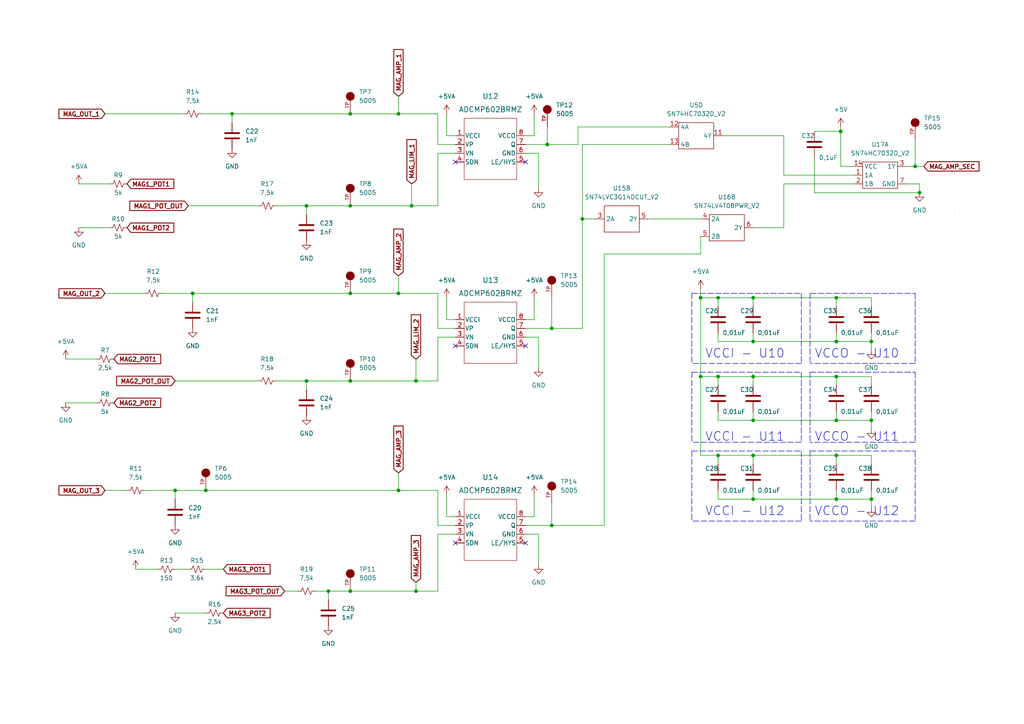
<source format=kicad_sch>
(kicad_sch (version 20211123) (generator eeschema)
  (paper "A4")
  (title_block (title "BUMBLEBEE") (date "2024-01-15") (rev "1.00") (company "ExoFlex") (comment 1 "Bumblebee"))
  (lib_symbols
    (symbol "Device:C" (pin_numbers hide) (pin_names (offset 0.254))
      (property "Reference" "C" (at 0.635 2.54 0))
      (property "Value" "C" (at 0.635 -2.54 0))
      (symbol "C_0_1"
        (polyline (pts (xy -2.032 -0.762) (xy 2.032 -0.762)) (stroke (width 0.508)))
        (polyline (pts (xy -2.032 0.762) (xy 2.032 0.762)) (stroke (width 0.508)))
      )
      (symbol "C_1_1"
        (pin passive line (at 0 3.81 270) (length 2.794) (name "~") (number "1"))
        (pin passive line (at 0 -3.81 90) (length 2.794) (name "~") (number "2"))
      )
    )
    (symbol "Device:R_Small_US" (pin_numbers hide) (pin_names (offset 0.254) hide)
      (property "Reference" "R" (at 0.762 0.508 0))
      (property "Value" "R_Small_US" (at 0.762 -1.016 0))
      (symbol "R_Small_US_1_1"
        (polyline (pts (xy 0 0) (xy 1.016 -0.381) (xy 0 -0.762) (xy -1.016 -1.143) (xy 0 -1.524)))
        (polyline (pts (xy 0 1.524) (xy 1.016 1.143) (xy 0 0.762) (xy -1.016 0.381) (xy 0 0)))
        (pin passive line (at 0 2.54 270) (length 1.016) (name "~") (number "1"))
        (pin passive line (at 0 -2.54 90) (length 1.016) (name "~") (number "2"))
      )
    )
    (symbol "SymLib:5005" (pin_names (offset 1.016))
      (property "Reference" "TP" (at -2.54 2.54 0))
      (property "Value" "5005" (at -2.54 -3.81 0))
      (symbol "5005_0_0"
        (circle (center 0 0) (radius 0.635) (stroke (width 1.27)))
        (pin passive line (at -5.08 0 0) (length 5.08) (name "~") (number "TP"))
      )
    )
    (symbol "SymLib:ADCMP602BRMZ" (pin_names (offset 0.254))
      (property "Reference" "U" (at 8.89 6.35 0))
      (property "Value" "ADCMP602BRMZ" (at 16.51 -13.97 0))
      (symbol "ADCMP602BRMZ_1_1"
        (polyline (pts (xy 7.62 -12.7) (xy 22.86 -12.7)) (stroke (width 0.127)))
        (polyline (pts (xy 7.62 5.08) (xy 7.62 -12.7)) (stroke (width 0.127)))
        (polyline (pts (xy 22.86 -12.7) (xy 22.86 5.08)) (stroke (width 0.127)))
        (polyline (pts (xy 22.86 5.08) (xy 7.62 5.08)) (stroke (width 0.127)))
        (pin power_in line (at 5.08 0 0) (length 2.54) (name "VCCI") (number "1"))
        (pin input line (at 5.08 -2.54 0) (length 2.54) (name "VP") (number "2"))
        (pin input line (at 5.08 -5.08 0) (length 2.54) (name "VN") (number "3"))
        (pin unspecified line (at 5.08 -7.62 0) (length 2.54) (name "SDN") (number "4"))
        (pin unspecified line (at 25.4 -7.62 180) (length 2.45) (name "LE/HYS") (number "5"))
        (pin power_in line (at 25.4 -5.08 180) (length 2.54) (name "GND") (number "6"))
        (pin output line (at 25.4 -2.54 180) (length 2.54) (name "Q") (number "7"))
        (pin power_in line (at 25.4 0 180) (length 2.54) (name "VCCO") (number "8"))
      )
    )
    (symbol "SymLib:SN74HC7032D_V2"
      (property "Reference" "U" (at -3.81 5.08 0))
      (property "Value" "SN74HC7032D_V2" (at 1.27 -5.08 0))
      (symbol "SN74HC7032D_V2_0_1"
        (rectangle (start -5.08 -3.81) (end 5.08 -3.81))
        (rectangle (start -5.08 3.81) (end -5.08 -3.81))
        (rectangle (start -5.08 3.81) (end 5.08 3.81))
        (rectangle (start 5.08 3.81) (end 5.08 -3.81))
      )
      (symbol "SN74HC7032D_V2_1_1"
        (pin input line (at -7.62 0 0) (length 2.54) (name "1A") (number "1"))
        (pin power_in line (at -7.62 2.54 0) (length 2.54) (name "VCC") (number "14"))
        (pin input line (at -7.62 -2.54 0) (length 2.54) (name "1B") (number "2"))
        (pin output line (at 7.62 2.54 180) (length 2.54) (name "1Y") (number "3"))
        (pin power_in line (at 7.62 -2.54 180) (length 2.54) (name "GND") (number "7"))
      )
      (symbol "SN74HC7032D_V2_2_1"
        (pin input line (at -7.62 2.54 0) (length 2.54) (name "2A") (number "4"))
        (pin input line (at -7.62 -2.54 0) (length 2.54) (name "2B") (number "5"))
        (pin output line (at 7.62 0 180) (length 2.54) (name "2Y") (number "6"))
      )
      (symbol "SN74HC7032D_V2_3_1"
        (pin input line (at -7.62 -2.54 0) (length 2.54) (name "3B") (number "10"))
        (pin output line (at 7.62 0 180) (length 2.54) (name "3Y") (number "8"))
        (pin input line (at -7.62 2.54 0) (length 2.54) (name "3A") (number "9"))
      )
      (symbol "SN74HC7032D_V2_4_1"
        (pin output line (at 7.62 0 180) (length 2.54) (name "4Y") (number "11"))
        (pin input line (at -7.62 2.54 0) (length 2.54) (name "4A") (number "12"))
        (pin input line (at -7.62 -2.54 0) (length 2.54) (name "4B") (number "13"))
      )
    )
    (symbol "SymLib:SN74LV4T08PWR_V2"
      (property "Reference" "U" (at -3.81 5.08 0))
      (property "Value" "SN74LV4T08PWR_V2" (at 0 -5.08 0))
      (symbol "SN74LV4T08PWR_V2_0_1"
        (rectangle (start -5.08 -3.81) (end 5.08 -3.81))
        (rectangle (start -5.08 3.81) (end -5.08 -3.81))
        (rectangle (start -5.08 3.81) (end 5.08 3.81))
        (rectangle (start 5.08 3.81) (end 5.08 -3.81))
      )
      (symbol "SN74LV4T08PWR_V2_1_1"
        (pin input line (at -7.62 0 0) (length 2.54) (name "1A") (number "1"))
        (pin power_in line (at -7.62 2.54 0) (length 2.54) (name "VCC") (number "14"))
        (pin input line (at -7.62 -2.54 0) (length 2.54) (name "1B") (number "2"))
        (pin output line (at 7.62 2.54 180) (length 2.54) (name "1Y") (number "3"))
        (pin power_in line (at 7.62 -2.54 180) (length 2.54) (name "GND") (number "7"))
      )
      (symbol "SN74LV4T08PWR_V2_2_1"
        (pin input line (at -7.62 2.54 0) (length 2.54) (name "2A") (number "4"))
        (pin input line (at -7.62 -2.54 0) (length 2.54) (name "2B") (number "5"))
        (pin output line (at 7.62 0 180) (length 2.54) (name "2Y") (number "6"))
      )
      (symbol "SN74LV4T08PWR_V2_3_1"
        (pin input line (at -7.62 -2.54 0) (length 2.54) (name "3B") (number "10"))
        (pin output line (at 7.62 0 180) (length 2.54) (name "3Y") (number "8"))
        (pin input line (at -7.62 2.54 0) (length 2.54) (name "3A") (number "9"))
      )
      (symbol "SN74LV4T08PWR_V2_4_1"
        (pin output line (at 7.62 0 180) (length 2.54) (name "4Y") (number "11"))
        (pin input line (at -7.62 2.54 0) (length 2.54) (name "4A") (number "12"))
        (pin input line (at -7.62 -2.54 0) (length 2.54) (name "4B") (number "13"))
      )
    )
    (symbol "SymLib:SN74LVC3G14DCUT_V2"
      (property "Reference" "U" (at -3.81 5.08 0))
      (property "Value" "SN74LVC3G14DCUT_V2" (at 0 -5.08 0))
      (symbol "SN74LVC3G14DCUT_V2_0_1"
        (rectangle (start -5.08 -3.81) (end 5.08 -3.81))
        (rectangle (start -5.08 3.81) (end -5.08 -3.81))
        (rectangle (start -5.08 3.81) (end 5.08 3.81))
        (rectangle (start 5.08 3.81) (end 5.08 -3.81))
      )
      (symbol "SN74LVC3G14DCUT_V2_1_1"
        (pin input line (at -7.62 0 0) (length 2.54) (name "1A") (number "1"))
        (pin output line (at 7.62 0 180) (length 2.54) (name "1Y") (number "7"))
        (pin power_out line (at 7.62 -2.54 180) (length 2.54) (name "GND") (number "7"))
        (pin power_in line (at -7.62 2.54 0) (length 2.54) (name "VCC") (number "8"))
      )
      (symbol "SN74LVC3G14DCUT_V2_2_1"
        (pin input line (at -7.62 0 0) (length 2.54) (name "2A") (number "3"))
        (pin output line (at 7.62 0 180) (length 2.54) (name "2Y") (number "5"))
      )
      (symbol "SN74LVC3G14DCUT_V2_3_1"
        (pin output line (at 7.62 0 180) (length 2.54) (name "3Y") (number "2"))
        (pin input line (at -7.62 0 0) (length 2.54) (name "3A") (number "6"))
      )
    )
    (symbol "power:+5V" (power) (pin_names (offset 0))
      (property "Value" "+5V" (at 0 3.556 0))
      (symbol "+5V_0_1"
        (polyline (pts (xy -0.762 1.27) (xy 0 2.54)))
        (polyline (pts (xy 0 0) (xy 0 2.54)))
        (polyline (pts (xy 0 2.54) (xy 0.762 1.27)))
      )
      (symbol "+5V_1_1"
        (pin power_in line (at 0 0 90) (length 0) hide (name "+5V") (number "1"))
      )
    )
    (symbol "power:+5VA" (power) (pin_names (offset 0))
      (property "Value" "+5VA" (at 0 3.556 0))
      (symbol "+5VA_0_1"
        (polyline (pts (xy -0.762 1.27) (xy 0 2.54)))
        (polyline (pts (xy 0 0) (xy 0 2.54)))
        (polyline (pts (xy 0 2.54) (xy 0.762 1.27)))
      )
      (symbol "+5VA_1_1"
        (pin power_in line (at 0 0 90) (length 0) hide (name "+5VA") (number "1"))
      )
    )
    (symbol "power:GND" (power) (pin_names (offset 0))
      (property "Value" "GND" (at 0 -3.81 0))
      (symbol "GND_0_1"
        (polyline (pts (xy 0 0) (xy 0 -1.27) (xy 1.27 -1.27) (xy 0 -2.54) (xy -1.27 -1.27) (xy 0 -1.27)))
      )
      (symbol "GND_1_1"
        (pin power_in line (at 0 0 270) (length 0) hide (name "GND") (number "1"))
      )
    )
  )
  (junction (at 242.57 86.36))
  (junction (at 88.9 59.69))
  (junction (at 115.57 85.09))
  (junction (at 160.02 95.25))
  (junction (at 242.57 121.92))
  (junction (at 50.8 142.24))
  (junction (at 203.2 86.36))
  (junction (at 101.6 110.49))
  (junction (at 265.43 48.26))
  (junction (at 203.2 109.22))
  (junction (at 208.28 86.36))
  (junction (at 242.57 99.06))
  (junction (at 252.73 144.78))
  (junction (at 101.6 59.69))
  (junction (at 67.31 33.02))
  (junction (at 242.57 144.78))
  (junction (at 168.91 63.5))
  (junction (at 242.57 109.22))
  (junction (at 266.7 55.88))
  (junction (at 115.57 142.24))
  (junction (at 158.75 41.91))
  (junction (at 88.9 110.49))
  (junction (at 252.73 121.92))
  (junction (at 252.73 99.06))
  (junction (at 120.65 110.49))
  (junction (at 218.44 132.08))
  (junction (at 119.38 59.69))
  (junction (at 243.84 38.1))
  (junction (at 218.44 144.78))
  (junction (at 101.6 85.09))
  (junction (at 208.28 132.08))
  (junction (at 242.57 132.08))
  (junction (at 218.44 121.92))
  (junction (at 59.69 142.24))
  (junction (at 160.02 152.4))
  (junction (at 120.65 171.45))
  (junction (at 218.44 86.36))
  (junction (at 101.6 171.45))
  (junction (at 55.88 85.09))
  (junction (at 115.57 33.02))
  (junction (at 218.44 99.06))
  (junction (at 95.25 171.45))
  (junction (at 218.44 109.22))
  (junction (at 208.28 109.22))
  (junction (at 101.6 33.02))
  (no_connect (at 152.4 46.99))
  (no_connect (at 152.4 100.33))
  (no_connect (at 132.08 46.99))
  (no_connect (at 132.08 157.48))
  (no_connect (at 152.4 157.48))
  (no_connect (at 132.08 100.33))
  (wire (pts (xy 152.4 154.94) (xy 156.21 154.94)))
  (wire (pts (xy 203.2 86.36) (xy 208.28 86.36)))
  (wire (pts (xy 168.91 95.25) (xy 168.91 63.5)))
  (wire (pts (xy 208.28 132.08) (xy 218.44 132.08)))
  (wire (pts (xy 156.21 44.45) (xy 156.21 54.61)))
  (wire (pts (xy 218.44 144.78) (xy 242.57 144.78)))
  (wire (pts (xy 218.44 109.22) (xy 218.44 111.76)))
  (wire (pts (xy 88.9 110.49) (xy 88.9 113.03)))
  (wire (pts (xy 208.28 132.08) (xy 208.28 134.62)))
  (wire (pts (xy 30.48 142.24) (xy 36.83 142.24)))
  (polyline (pts (xy 234.95 85.09) (xy 234.95 105.41)))
  (wire (pts (xy 152.4 149.86) (xy 154.94 149.86)))
  (wire (pts (xy 167.64 41.91) (xy 158.75 41.91)))
  (wire (pts (xy 80.01 110.49) (xy 88.9 110.49)))
  (wire (pts (xy 88.9 59.69) (xy 101.6 59.69)))
  (wire (pts (xy 132.08 149.86) (xy 129.54 149.86)))
  (wire (pts (xy 208.28 96.52) (xy 208.28 99.06)))
  (wire (pts (xy 168.91 63.5) (xy 172.72 63.5)))
  (wire (pts (xy 127 33.02) (xy 127 41.91)))
  (wire (pts (xy 67.31 33.02) (xy 67.31 35.56)))
  (wire (pts (xy 262.89 48.26) (xy 265.43 48.26)))
  (wire (pts (xy 218.44 66.04) (xy 227.33 66.04)))
  (wire (pts (xy 119.38 59.69) (xy 127 59.69)))
  (wire (pts (xy 50.8 142.24) (xy 50.8 144.78)))
  (wire (pts (xy 115.57 27.94) (xy 115.57 33.02)))
  (wire (pts (xy 252.73 96.52) (xy 252.73 99.06)))
  (wire (pts (xy 252.73 121.92) (xy 252.73 124.46)))
  (polyline (pts (xy 200.66 130.81) (xy 232.41 130.81)))
  (wire (pts (xy 59.69 142.24) (xy 115.57 142.24)))
  (wire (pts (xy 218.44 142.24) (xy 218.44 144.78)))
  (wire (pts (xy 27.94 104.14) (xy 19.05 104.14)))
  (wire (pts (xy 54.61 59.69) (xy 74.93 59.69)))
  (wire (pts (xy 156.21 97.79) (xy 156.21 106.68)))
  (wire (pts (xy 218.44 99.06) (xy 208.28 99.06)))
  (wire (pts (xy 152.4 92.71) (xy 154.94 92.71)))
  (wire (pts (xy 50.8 110.49) (xy 74.93 110.49)))
  (wire (pts (xy 80.01 59.69) (xy 88.9 59.69)))
  (polyline (pts (xy 200.66 130.81) (xy 200.66 151.13)))
  (wire (pts (xy 127 142.24) (xy 127 152.4)))
  (wire (pts (xy 252.73 132.08) (xy 252.73 134.62)))
  (wire (pts (xy 54.61 165.1) (xy 50.8 165.1)))
  (wire (pts (xy 208.28 109.22) (xy 208.28 111.76)))
  (wire (pts (xy 242.57 109.22) (xy 242.57 111.76)))
  (wire (pts (xy 236.22 55.88) (xy 266.7 55.88)))
  (polyline (pts (xy 265.43 105.41) (xy 234.95 105.41)))
  (wire (pts (xy 127 59.69) (xy 127 44.45)))
  (wire (pts (xy 194.31 36.83) (xy 167.64 36.83)))
  (wire (pts (xy 152.4 152.4) (xy 160.02 152.4)))
  (wire (pts (xy 127 95.25) (xy 127 85.09)))
  (polyline (pts (xy 276.86 60.96) (xy 276.86 60.96)))
  (wire (pts (xy 252.73 144.78) (xy 242.57 144.78)))
  (wire (pts (xy 227.33 39.37) (xy 209.55 39.37)))
  (wire (pts (xy 115.57 142.24) (xy 127 142.24)))
  (wire (pts (xy 152.4 95.25) (xy 160.02 95.25)))
  (wire (pts (xy 218.44 109.22) (xy 242.57 109.22)))
  (wire (pts (xy 158.75 36.83) (xy 158.75 41.91)))
  (wire (pts (xy 91.44 171.45) (xy 95.25 171.45)))
  (wire (pts (xy 67.31 33.02) (xy 101.6 33.02)))
  (wire (pts (xy 208.28 86.36) (xy 218.44 86.36)))
  (wire (pts (xy 132.08 95.25) (xy 127 95.25)))
  (wire (pts (xy 127 97.79) (xy 127 110.49)))
  (wire (pts (xy 227.33 50.8) (xy 247.65 50.8)))
  (wire (pts (xy 242.57 132.08) (xy 252.73 132.08)))
  (polyline (pts (xy 200.66 107.95) (xy 232.41 107.95)))
  (wire (pts (xy 152.4 39.37) (xy 154.94 39.37)))
  (wire (pts (xy 242.57 86.36) (xy 252.73 86.36)))
  (wire (pts (xy 218.44 86.36) (xy 218.44 88.9)))
  (wire (pts (xy 227.33 39.37) (xy 227.33 50.8)))
  (wire (pts (xy 127 44.45) (xy 132.08 44.45)))
  (wire (pts (xy 59.69 165.1) (xy 64.77 165.1)))
  (wire (pts (xy 236.22 45.72) (xy 236.22 55.88)))
  (wire (pts (xy 208.28 86.36) (xy 208.28 88.9)))
  (wire (pts (xy 252.73 109.22) (xy 252.73 111.76)))
  (wire (pts (xy 242.57 142.24) (xy 242.57 144.78)))
  (polyline (pts (xy 234.95 107.95) (xy 265.43 107.95)))
  (wire (pts (xy 252.73 144.78) (xy 252.73 147.32)))
  (wire (pts (xy 160.02 95.25) (xy 168.91 95.25)))
  (wire (pts (xy 115.57 85.09) (xy 127 85.09)))
  (wire (pts (xy 120.65 110.49) (xy 127 110.49)))
  (wire (pts (xy 132.08 97.79) (xy 127 97.79)))
  (wire (pts (xy 203.2 73.66) (xy 203.2 68.58)))
  (wire (pts (xy 22.86 66.04) (xy 31.75 66.04)))
  (wire (pts (xy 187.96 63.5) (xy 203.2 63.5)))
  (wire (pts (xy 45.72 165.1) (xy 39.37 165.1)))
  (wire (pts (xy 115.57 137.16) (xy 115.57 142.24)))
  (wire (pts (xy 203.2 109.22) (xy 203.2 132.08)))
  (wire (pts (xy 265.43 40.64) (xy 265.43 48.26)))
  (wire (pts (xy 266.7 55.88) (xy 266.7 53.34)))
  (wire (pts (xy 127 152.4) (xy 132.08 152.4)))
  (wire (pts (xy 218.44 121.92) (xy 242.57 121.92)))
  (wire (pts (xy 129.54 92.71) (xy 129.54 86.36)))
  (wire (pts (xy 154.94 86.36) (xy 154.94 92.71)))
  (wire (pts (xy 154.94 33.02) (xy 154.94 39.37)))
  (wire (pts (xy 252.73 99.06) (xy 252.73 101.6)))
  (polyline (pts (xy 234.95 107.95) (xy 234.95 128.27)))
  (wire (pts (xy 218.44 132.08) (xy 218.44 134.62)))
  (wire (pts (xy 247.65 48.26) (xy 243.84 48.26)))
  (polyline (pts (xy 234.95 130.81) (xy 234.95 151.13)))
  (wire (pts (xy 120.65 168.91) (xy 120.65 171.45)))
  (wire (pts (xy 19.05 116.84) (xy 27.94 116.84)))
  (wire (pts (xy 218.44 132.08) (xy 242.57 132.08)))
  (wire (pts (xy 82.55 171.45) (xy 86.36 171.45)))
  (wire (pts (xy 127 41.91) (xy 132.08 41.91)))
  (wire (pts (xy 115.57 80.01) (xy 115.57 85.09)))
  (wire (pts (xy 243.84 36.83) (xy 243.84 38.1)))
  (wire (pts (xy 30.48 33.02) (xy 53.34 33.02)))
  (wire (pts (xy 252.73 142.24) (xy 252.73 144.78)))
  (wire (pts (xy 31.75 53.34) (xy 22.86 53.34)))
  (wire (pts (xy 101.6 33.02) (xy 115.57 33.02)))
  (wire (pts (xy 252.73 86.36) (xy 252.73 88.9)))
  (polyline (pts (xy 200.66 85.09) (xy 232.41 85.09)))
  (wire (pts (xy 129.54 149.86) (xy 129.54 143.51)))
  (wire (pts (xy 203.2 83.82) (xy 203.2 86.36)))
  (wire (pts (xy 227.33 66.04) (xy 227.33 53.34)))
  (wire (pts (xy 208.28 109.22) (xy 218.44 109.22)))
  (wire (pts (xy 101.6 59.69) (xy 119.38 59.69)))
  (wire (pts (xy 208.28 119.38) (xy 208.28 121.92)))
  (wire (pts (xy 175.26 73.66) (xy 203.2 73.66)))
  (wire (pts (xy 218.44 86.36) (xy 242.57 86.36)))
  (wire (pts (xy 242.57 119.38) (xy 242.57 121.92)))
  (polyline (pts (xy 265.43 85.09) (xy 265.43 105.41)))
  (wire (pts (xy 119.38 53.34) (xy 119.38 59.69)))
  (wire (pts (xy 55.88 85.09) (xy 55.88 87.63)))
  (wire (pts (xy 218.44 144.78) (xy 208.28 144.78)))
  (wire (pts (xy 243.84 38.1) (xy 243.84 48.26)))
  (wire (pts (xy 95.25 171.45) (xy 95.25 173.99)))
  (wire (pts (xy 218.44 96.52) (xy 218.44 99.06)))
  (wire (pts (xy 242.57 86.36) (xy 242.57 88.9)))
  (wire (pts (xy 175.26 73.66) (xy 175.26 152.4)))
  (wire (pts (xy 127 171.45) (xy 127 154.94)))
  (wire (pts (xy 236.22 38.1) (xy 243.84 38.1)))
  (wire (pts (xy 46.99 85.09) (xy 55.88 85.09)))
  (polyline (pts (xy 234.95 85.09) (xy 265.43 85.09)))
  (wire (pts (xy 127 154.94) (xy 132.08 154.94)))
  (wire (pts (xy 50.8 142.24) (xy 59.69 142.24)))
  (wire (pts (xy 160.02 86.36) (xy 160.02 95.25)))
  (wire (pts (xy 95.25 171.45) (xy 101.6 171.45)))
  (wire (pts (xy 160.02 152.4) (xy 175.26 152.4)))
  (wire (pts (xy 50.8 177.8) (xy 59.69 177.8)))
  (wire (pts (xy 252.73 99.06) (xy 242.57 99.06)))
  (wire (pts (xy 252.73 121.92) (xy 242.57 121.92)))
  (wire (pts (xy 156.21 154.94) (xy 156.21 163.83)))
  (wire (pts (xy 101.6 85.09) (xy 115.57 85.09)))
  (wire (pts (xy 265.43 48.26) (xy 267.97 48.26)))
  (polyline (pts (xy 265.43 151.13) (xy 234.95 151.13)))
  (wire (pts (xy 208.28 142.24) (xy 208.28 144.78)))
  (wire (pts (xy 168.91 41.91) (xy 194.31 41.91)))
  (wire (pts (xy 242.57 109.22) (xy 252.73 109.22)))
  (wire (pts (xy 158.75 41.91) (xy 152.4 41.91)))
  (wire (pts (xy 227.33 53.34) (xy 247.65 53.34)))
  (wire (pts (xy 101.6 171.45) (xy 120.65 171.45)))
  (wire (pts (xy 120.65 104.14) (xy 120.65 110.49)))
  (wire (pts (xy 203.2 109.22) (xy 208.28 109.22)))
  (wire (pts (xy 203.2 86.36) (xy 203.2 109.22)))
  (wire (pts (xy 160.02 146.05) (xy 160.02 152.4)))
  (polyline (pts (xy 234.95 130.81) (xy 265.43 130.81)))
  (wire (pts (xy 168.91 63.5) (xy 168.91 41.91)))
  (wire (pts (xy 203.2 132.08) (xy 208.28 132.08)))
  (wire (pts (xy 167.64 36.83) (xy 167.64 41.91)))
  (wire (pts (xy 132.08 92.71) (xy 129.54 92.71)))
  (wire (pts (xy 41.91 142.24) (xy 50.8 142.24)))
  (wire (pts (xy 129.54 39.37) (xy 129.54 33.02)))
  (wire (pts (xy 30.48 85.09) (xy 41.91 85.09)))
  (wire (pts (xy 266.7 53.34) (xy 262.89 53.34)))
  (polyline (pts (xy 232.41 128.27) (xy 200.66 128.27)))
  (wire (pts (xy 120.65 171.45) (xy 127 171.45)))
  (wire (pts (xy 101.6 110.49) (xy 120.65 110.49)))
  (polyline (pts (xy 232.41 151.13) (xy 200.66 151.13)))
  (wire (pts (xy 55.88 85.09) (xy 101.6 85.09)))
  (wire (pts (xy 115.57 33.02) (xy 127 33.02)))
  (polyline (pts (xy 265.43 130.81) (xy 265.43 151.13)))
  (wire (pts (xy 242.57 96.52) (xy 242.57 99.06)))
  (wire (pts (xy 218.44 119.38) (xy 218.44 121.92)))
  (wire (pts (xy 218.44 99.06) (xy 242.57 99.06)))
  (wire (pts (xy 252.73 119.38) (xy 252.73 121.92)))
  (wire (pts (xy 132.08 39.37) (xy 129.54 39.37)))
  (polyline (pts (xy 265.43 107.95) (xy 265.43 128.27)))
  (wire (pts (xy 58.42 33.02) (xy 67.31 33.02)))
  (polyline (pts (xy 232.41 85.09) (xy 232.41 105.41)))
  (wire (pts (xy 154.94 143.51) (xy 154.94 149.86)))
  (wire (pts (xy 152.4 44.45) (xy 156.21 44.45)))
  (wire (pts (xy 242.57 132.08) (xy 242.57 134.62)))
  (wire (pts (xy 88.9 59.69) (xy 88.9 62.23)))
  (wire (pts (xy 88.9 110.49) (xy 101.6 110.49)))
  (wire (pts (xy 218.44 121.92) (xy 208.28 121.92)))
  (polyline (pts (xy 200.66 107.95) (xy 200.66 128.27)))
  (polyline (pts (xy 232.41 105.41) (xy 200.66 105.41)))
  (polyline (pts (xy 200.66 85.09) (xy 200.66 105.41)))
  (polyline (pts (xy 265.43 128.27) (xy 234.95 128.27)))
  (polyline (pts (xy 232.41 107.95) (xy 232.41 128.27)))
  (polyline (pts (xy 232.41 130.81) (xy 232.41 151.13)))
  (wire (pts (xy 152.4 97.79) (xy 156.21 97.79)))
  (text "VCCO - U11" (at 236.22 128.27 0) (effects (font (size 2.54 2.54)) (justify left bottom)))
  (text "VCCO - U10" (at 236.22 104.14 0) (effects (font (size 2.54 2.54)) (justify left bottom)))
  (text "VCCI - U10" (at 204.47 104.14 0) (effects (font (size 2.54 2.54)) (justify left bottom)))
  (text "VCCO - U12" (at 236.22 149.86 0) (effects (font (size 2.54 2.54)) (justify left bottom)))
  (text "VCCI - U11" (at 204.47 128.27 0) (effects (font (size 2.54 2.54)) (justify left bottom)))
  (text "VCCI - U12" (at 204.47 149.86 0) (effects (font (size 2.54 2.54)) (justify left bottom)))
  (global_label "MAG_OUT_2" (shape input) (at 30.48 85.09 180) (effects (font (thickness 0.254) bold)) (property "Intersheet References" "${INTERSHEET_REFS}" (effects hide)))
  (global_label "MAG_AMP_3" (shape input) (at 120.65 168.91 90) (effects (font bold)) (property "Intersheet References" "${INTERSHEET_REFS}" (effects hide)))
  (global_label "MAG3_POT2" (shape input) (at 64.77 177.8 0) (effects (font (thickness 0.254) bold)) (property "Intersheet References" "${INTERSHEET_REFS}" (effects hide)))
  (global_label "MAG_AMP_2" (shape input) (at 115.57 80.01 90) (effects (font bold)) (property "Intersheet References" "${INTERSHEET_REFS}" (effects hide)))
  (global_label "MAG_LIM_2" (shape input) (at 120.65 104.14 90) (effects (font bold)) (property "Intersheet References" "${INTERSHEET_REFS}" (effects hide)))
  (global_label "MAG1_POT_OUT" (shape input) (at 54.61 59.69 180) (effects (font (thickness 0.254) bold)) (property "Intersheet References" "${INTERSHEET_REFS}" (effects hide)))
  (global_label "MAG2_POT2" (shape input) (at 33.02 116.84 0) (effects (font (thickness 0.254) bold)) (property "Intersheet References" "${INTERSHEET_REFS}" (effects hide)))
  (global_label "MAG3_POT1" (shape input) (at 64.77 165.1 0) (effects (font (thickness 0.254) bold)) (property "Intersheet References" "${INTERSHEET_REFS}" (effects hide)))
  (global_label "MAG3_POT_OUT" (shape input) (at 82.55 171.45 180) (effects (font (thickness 0.254) bold)) (property "Intersheet References" "${INTERSHEET_REFS}" (effects hide)))
  (global_label "MAG_OUT_1" (shape input) (at 30.48 33.02 180) (effects (font (thickness 0.254) bold)) (property "Intersheet References" "${INTERSHEET_REFS}" (effects hide)))
  (global_label "MAG_AMP_1" (shape input) (at 115.57 27.94 90) (effects (font bold)) (property "Intersheet References" "${INTERSHEET_REFS}" (effects hide)))
  (global_label "MAG1_POT2" (shape input) (at 36.83 66.04 0) (effects (font (thickness 0.254) bold)) (property "Intersheet References" "${INTERSHEET_REFS}" (effects hide)))
  (global_label "MAG_AMP_3" (shape input) (at 115.57 137.16 90) (effects (font bold)) (property "Intersheet References" "${INTERSHEET_REFS}" (effects hide)))
  (global_label "MAG_LIM_1" (shape input) (at 119.38 53.34 90) (effects (font bold)) (property "Intersheet References" "${INTERSHEET_REFS}" (effects hide)))
  (global_label "MAG_OUT_3" (shape input) (at 30.48 142.24 180) (effects (font (thickness 0.254) bold)) (property "Intersheet References" "${INTERSHEET_REFS}" (effects hide)))
  (global_label "MAG2_POT1" (shape input) (at 33.02 104.14 0) (effects (font (thickness 0.254) bold)) (property "Intersheet References" "${INTERSHEET_REFS}" (effects hide)))
  (global_label "MAG1_POT1" (shape input) (at 36.83 53.34 0) (effects (font (thickness 0.254) bold)) (property "Intersheet References" "${INTERSHEET_REFS}" (effects hide)))
  (global_label "MAG2_POT_OUT" (shape input) (at 50.8 110.49 180) (effects (font (thickness 0.254) bold)) (property "Intersheet References" "${INTERSHEET_REFS}" (effects hide)))
  (global_label "MAG_AMP_SEC" (shape input) (at 267.97 48.26 0) (effects (font bold)) (property "Intersheet References" "${INTERSHEET_REFS}" (effects hide)))
  (symbol (lib_id "SymLib:SN74HC7032D_V2") (at 201.93 39.37 0) (unit 4)
    (property "Reference" "U5" (at 201.93 30.48 0))
    (property "Value" "SN74HC7032D_V2" (at 201.93 33.02 0))
    (property "Footprint" "FootPrint:SN74HC7032D" (effects hide))
  )
  (symbol (lib_id "Device:C") (at 242.57 115.57 0) (unit 1)
    (property "Reference" "C34" (at 238.76 113.03 0) (effects (justify left)))
    (property "Value" "0,01uF" (at 243.84 119.38 0) (effects (justify left)))
    (property "Footprint" "Capacitor_SMD:C_0603_1608Metric" (effects hide))
  )
  (symbol (lib_id "power:GND") (at 252.73 101.6 0) (unit 1)
    (property "Reference" "#PWR067" (effects hide))
    (property "Value" "GND" (at 252.73 106.68 0))
  )
  (symbol (lib_id "power:GND") (at 88.9 120.65 0) (unit 1)
    (property "Reference" "#PWR054" (effects hide))
    (property "Value" "GND" (at 88.9 125.73 0))
  )
  (symbol (lib_id "power:+5VA") (at 22.86 53.34 0) (unit 1)
    (property "Reference" "#PWR046" (effects hide))
    (property "Value" "+5VA" (at 22.86 48.26 0))
  )
  (symbol (lib_id "power:+5VA") (at 129.54 86.36 0) (unit 1)
    (property "Reference" "#PWR057" (effects hide))
    (property "Value" "+5VA" (at 129.54 81.28 0))
  )
  (symbol (lib_id "SymLib:5005") (at 160.02 140.97 90) (unit 1)
    (property "Reference" "TP14" (at 162.56 139.6999 90) (effects (justify right)))
    (property "Value" "5005" (at 162.56 142.2399 90) (effects (justify right)))
    (property "Footprint" "FootPrint:KEYSTONE_5005" (effects hide))
    (property "MF" "Keystone Electronics" (effects hide))
    (property "DESCRIPTION" "Compact THM Test Point -Red" (effects hide))
    (property "PACKAGE" "NON STANDARD-1 Keystone" (effects hide))
    (property "PRICE" "None" (effects hide))
    (property "MP" "5005" (effects hide))
    (property "AVAILABILITY" "In Stock" (effects hide))
    (property "PURCHASE-URL" "https://pricing.snapeda.com/search/part/5005/?ref=eda" (effects hide))
  )
  (symbol (lib_id "power:GND") (at 266.7 55.88 0) (unit 1)
    (property "Reference" "#PWR070" (effects hide))
    (property "Value" "GND" (at 266.7 60.96 0))
  )
  (symbol (lib_id "Device:C") (at 208.28 138.43 0) (unit 1)
    (property "Reference" "C28" (at 204.47 135.89 0) (effects (justify left)))
    (property "Value" "0,01uF" (at 209.55 142.24 0) (effects (justify left)))
    (property "Footprint" "Capacitor_SMD:C_0603_1608Metric" (effects hide))
  )
  (symbol (lib_id "SymLib:5005") (at 101.6 27.94 90) (unit 1)
    (property "Reference" "TP7" (at 104.14 26.6699 90) (effects (justify right)))
    (property "Value" "5005" (at 104.14 29.2099 90) (effects (justify right)))
    (property "Footprint" "FootPrint:KEYSTONE_5005" (effects hide))
    (property "MF" "Keystone Electronics" (effects hide))
    (property "DESCRIPTION" "Compact THM Test Point -Red" (effects hide))
    (property "PACKAGE" "NON STANDARD-1 Keystone" (effects hide))
    (property "PRICE" "None" (effects hide))
    (property "MP" "5005" (effects hide))
    (property "AVAILABILITY" "In Stock" (effects hide))
    (property "PURCHASE-URL" "https://pricing.snapeda.com/search/part/5005/?ref=eda" (effects hide))
  )
  (symbol (lib_id "Device:C") (at 88.9 116.84 0) (unit 1)
    (property "Reference" "C24" (at 92.71 115.5699 0) (effects (justify left)))
    (property "Value" "1nF" (at 92.71 118.1099 0) (effects (justify left)))
    (property "Footprint" "Capacitor_SMD:C_0603_1608Metric" (effects hide))
  )
  (symbol (lib_id "Device:R_Small_US") (at 48.26 165.1 90) (unit 1)
    (property "Reference" "R13" (at 48.26 162.56 90))
    (property "Value" "150" (at 48.26 167.64 90))
    (property "Footprint" "Resistor_SMD:R_0603_1608Metric" (effects hide))
  )
  (symbol (lib_id "Device:R_Small_US") (at 88.9 171.45 90) (unit 1)
    (property "Reference" "R19" (at 88.9 165.1 90))
    (property "Value" "7,5k" (at 88.9 167.64 90))
    (property "Footprint" "Resistor_SMD:R_0603_1608Metric" (effects hide))
  )
  (symbol (lib_id "SymLib:5005") (at 59.69 137.16 90) (unit 1)
    (property "Reference" "TP6" (at 62.23 135.8899 90) (effects (justify right)))
    (property "Value" "5005" (at 62.23 138.4299 90) (effects (justify right)))
    (property "Footprint" "FootPrint:KEYSTONE_5005" (effects hide))
    (property "MF" "Keystone Electronics" (effects hide))
    (property "DESCRIPTION" "Compact THM Test Point -Red" (effects hide))
    (property "PACKAGE" "NON STANDARD-1 Keystone" (effects hide))
    (property "PRICE" "None" (effects hide))
    (property "MP" "5005" (effects hide))
    (property "AVAILABILITY" "In Stock" (effects hide))
    (property "PURCHASE-URL" "https://pricing.snapeda.com/search/part/5005/?ref=eda" (effects hide))
  )
  (symbol (lib_id "SymLib:5005") (at 158.75 31.75 90) (unit 1)
    (property "Reference" "TP12" (at 161.29 30.4799 90) (effects (justify right)))
    (property "Value" "5005" (at 161.29 33.0199 90) (effects (justify right)))
    (property "Footprint" "FootPrint:KEYSTONE_5005" (effects hide))
    (property "MF" "Keystone Electronics" (effects hide))
    (property "DESCRIPTION" "Compact THM Test Point -Red" (effects hide))
    (property "PACKAGE" "NON STANDARD-1 Keystone" (effects hide))
    (property "PRICE" "None" (effects hide))
    (property "MP" "5005" (effects hide))
    (property "AVAILABILITY" "In Stock" (effects hide))
    (property "PURCHASE-URL" "https://pricing.snapeda.com/search/part/5005/?ref=eda" (effects hide))
  )
  (symbol (lib_id "power:+5VA") (at 129.54 33.02 0) (unit 1)
    (property "Reference" "#PWR056" (effects hide))
    (property "Value" "+5VA" (at 129.54 27.94 0))
  )
  (symbol (lib_id "power:+5VA") (at 154.94 86.36 0) (unit 1)
    (property "Reference" "#PWR060" (effects hide))
    (property "Value" "+5VA" (at 154.94 81.28 0))
  )
  (symbol (lib_id "Device:R_Small_US") (at 57.15 165.1 90) (unit 1)
    (property "Reference" "R15" (at 57.15 162.56 90))
    (property "Value" "3,6k" (at 57.15 167.64 90))
    (property "Footprint" "Resistor_SMD:R_0603_1608Metric" (effects hide))
  )
  (symbol (lib_id "power:GND") (at 252.73 147.32 0) (unit 1)
    (property "Reference" "#PWR069" (effects hide))
    (property "Value" "GND" (at 252.73 152.4 0))
  )
  (symbol (lib_id "SymLib:ADCMP602BRMZ") (at 127 149.86 0) (unit 1)
    (property "Reference" "U14" (at 142.2532 138.43 0) (effects (font (size 1.524 1.524))))
    (property "Value" "ADCMP602BRMZ" (at 142.2532 142.24 0) (effects (font (size 1.524 1.524))))
    (property "Footprint" "FootPrint:ADCMP602BRMZ" (effects hide))
    (property "Datasheet" "ADCMP602BRMZ" (effects hide))
  )
  (symbol (lib_id "power:+5VA") (at 154.94 33.02 0) (unit 1)
    (property "Reference" "#PWR059" (effects hide))
    (property "Value" "+5VA" (at 154.94 27.94 0))
  )
  (symbol (lib_id "Device:R_Small_US") (at 30.48 104.14 90) (unit 1)
    (property "Reference" "R7" (at 30.48 101.6 90))
    (property "Value" "2,5k" (at 30.48 106.68 90))
    (property "Footprint" "Resistor_SMD:R_0603_1608Metric" (effects hide))
  )
  (symbol (lib_id "Device:C") (at 236.22 41.91 0) (unit 1)
    (property "Reference" "C32" (at 232.41 39.37 0) (effects (justify left)))
    (property "Value" "0,1uF" (at 237.49 45.72 0) (effects (justify left)))
    (property "Footprint" "Capacitor_SMD:C_0603_1608Metric" (effects hide))
  )
  (symbol (lib_id "power:GND") (at 88.9 69.85 0) (unit 1)
    (property "Reference" "#PWR053" (effects hide))
    (property "Value" "GND" (at 88.9 74.93 0))
  )
  (symbol (lib_id "power:GND") (at 156.21 163.83 0) (unit 1)
    (property "Reference" "#PWR064" (effects hide))
    (property "Value" "GND" (at 156.21 168.91 0))
  )
  (symbol (lib_id "Device:C") (at 50.8 148.59 0) (unit 1)
    (property "Reference" "C20" (at 54.61 147.3199 0) (effects (justify left)))
    (property "Value" "1nF" (at 54.61 149.8599 0) (effects (justify left)))
    (property "Footprint" "Capacitor_SMD:C_0603_1608Metric" (effects hide))
  )
  (symbol (lib_id "Device:C") (at 252.73 115.57 0) (unit 1)
    (property "Reference" "C37" (at 248.92 113.03 0) (effects (justify left)))
    (property "Value" "0,01uF" (at 254 119.38 0) (effects (justify left)))
    (property "Footprint" "Capacitor_SMD:C_0603_1608Metric" (effects hide))
  )
  (symbol (lib_id "power:+5VA") (at 203.2 83.82 0) (unit 1)
    (property "Reference" "#PWR065" (effects hide))
    (property "Value" "+5VA" (at 203.2 78.74 0))
  )
  (symbol (lib_id "SymLib:5005") (at 265.43 35.56 90) (unit 1)
    (property "Reference" "TP15" (at 267.97 34.2899 90) (effects (justify right)))
    (property "Value" "5005" (at 267.97 36.8299 90) (effects (justify right)))
    (property "Footprint" "FootPrint:KEYSTONE_5005" (effects hide))
    (property "MF" "Keystone Electronics" (effects hide))
    (property "DESCRIPTION" "Compact THM Test Point -Red" (effects hide))
    (property "PACKAGE" "NON STANDARD-1 Keystone" (effects hide))
    (property "PRICE" "None" (effects hide))
    (property "MP" "5005" (effects hide))
    (property "AVAILABILITY" "In Stock" (effects hide))
    (property "PURCHASE-URL" "https://pricing.snapeda.com/search/part/5005/?ref=eda" (effects hide))
  )
  (symbol (lib_id "SymLib:5005") (at 101.6 166.37 90) (unit 1)
    (property "Reference" "TP11" (at 104.14 165.0999 90) (effects (justify right)))
    (property "Value" "5005" (at 104.14 167.6399 90) (effects (justify right)))
    (property "Footprint" "FootPrint:KEYSTONE_5005" (effects hide))
    (property "MF" "Keystone Electronics" (effects hide))
    (property "DESCRIPTION" "Compact THM Test Point -Red" (effects hide))
    (property "PACKAGE" "NON STANDARD-1 Keystone" (effects hide))
    (property "PRICE" "None" (effects hide))
    (property "MP" "5005" (effects hide))
    (property "AVAILABILITY" "In Stock" (effects hide))
    (property "PURCHASE-URL" "https://pricing.snapeda.com/search/part/5005/?ref=eda" (effects hide))
  )
  (symbol (lib_id "Device:C") (at 95.25 177.8 0) (unit 1)
    (property "Reference" "C25" (at 99.06 176.5299 0) (effects (justify left)))
    (property "Value" "1nF" (at 99.06 179.0699 0) (effects (justify left)))
    (property "Footprint" "Capacitor_SMD:C_0603_1608Metric" (effects hide))
  )
  (symbol (lib_id "power:+5VA") (at 39.37 165.1 0) (unit 1)
    (property "Reference" "#PWR048" (effects hide))
    (property "Value" "+5VA" (at 39.37 160.02 0))
  )
  (symbol (lib_id "Device:C") (at 218.44 138.43 0) (unit 1)
    (property "Reference" "C31" (at 214.63 135.89 0) (effects (justify left)))
    (property "Value" "0,01uF" (at 219.71 142.24 0) (effects (justify left)))
    (property "Footprint" "Capacitor_SMD:C_0603_1608Metric" (effects hide))
  )
  (symbol (lib_id "Device:C") (at 208.28 115.57 0) (unit 1)
    (property "Reference" "C27" (at 204.47 113.03 0) (effects (justify left)))
    (property "Value" "0,01uF" (at 209.55 119.38 0) (effects (justify left)))
    (property "Footprint" "Capacitor_SMD:C_0603_1608Metric" (effects hide))
  )
  (symbol (lib_id "Device:C") (at 242.57 92.71 0) (unit 1)
    (property "Reference" "C33" (at 238.76 90.17 0) (effects (justify left)))
    (property "Value" "0,01uF" (at 243.84 96.52 0) (effects (justify left)))
    (property "Footprint" "Capacitor_SMD:C_0603_1608Metric" (effects hide))
  )
  (symbol (lib_id "SymLib:ADCMP602BRMZ") (at 127 92.71 0) (unit 1)
    (property "Reference" "U13" (at 142.2532 81.28 0) (effects (font (size 1.524 1.524))))
    (property "Value" "ADCMP602BRMZ" (at 142.2532 85.09 0) (effects (font (size 1.524 1.524))))
    (property "Footprint" "FootPrint:ADCMP602BRMZ" (effects hide))
    (property "Datasheet" "ADCMP602BRMZ" (effects hide))
  )
  (symbol (lib_id "SymLib:SN74HC7032D_V2") (at 255.27 50.8 0) (unit 1)
    (property "Reference" "U17" (at 255.27 41.91 0))
    (property "Value" "SN74HC7032D_V2" (at 255.27 44.45 0))
    (property "Footprint" "FootPrint:SN74HC7032D" (effects hide))
  )
  (symbol (lib_id "Device:R_Small_US") (at 44.45 85.09 90) (unit 1)
    (property "Reference" "R12" (at 44.45 78.74 90))
    (property "Value" "7,5k" (at 44.45 81.28 90))
    (property "Footprint" "Resistor_SMD:R_0603_1608Metric" (effects hide))
  )
  (symbol (lib_id "power:GND") (at 22.86 66.04 0) (unit 1)
    (property "Reference" "#PWR047" (effects hide))
    (property "Value" "GND" (at 22.86 71.12 0))
  )
  (symbol (lib_id "SymLib:5005") (at 101.6 105.41 90) (unit 1)
    (property "Reference" "TP10" (at 104.14 104.1399 90) (effects (justify right)))
    (property "Value" "5005" (at 104.14 106.6799 90) (effects (justify right)))
    (property "Footprint" "FootPrint:KEYSTONE_5005" (effects hide))
    (property "MF" "Keystone Electronics" (effects hide))
    (property "DESCRIPTION" "Compact THM Test Point -Red" (effects hide))
    (property "PACKAGE" "NON STANDARD-1 Keystone" (effects hide))
    (property "PRICE" "None" (effects hide))
    (property "MP" "5005" (effects hide))
    (property "AVAILABILITY" "In Stock" (effects hide))
    (property "PURCHASE-URL" "https://pricing.snapeda.com/search/part/5005/?ref=eda" (effects hide))
  )
  (symbol (lib_id "power:GND") (at 67.31 43.18 0) (unit 1)
    (property "Reference" "#PWR052" (effects hide))
    (property "Value" "GND" (at 67.31 48.26 0))
  )
  (symbol (lib_id "Device:R_Small_US") (at 30.48 116.84 90) (unit 1)
    (property "Reference" "R8" (at 30.48 114.3 90))
    (property "Value" "5k" (at 30.48 119.38 90))
    (property "Footprint" "Resistor_SMD:R_0603_1608Metric" (effects hide))
  )
  (symbol (lib_id "Device:C") (at 67.31 39.37 0) (unit 1)
    (property "Reference" "C22" (at 71.12 38.0999 0) (effects (justify left)))
    (property "Value" "1nF" (at 71.12 40.6399 0) (effects (justify left)))
    (property "Footprint" "Capacitor_SMD:C_0603_1608Metric" (effects hide))
  )
  (symbol (lib_id "SymLib:5005") (at 160.02 81.28 90) (unit 1)
    (property "Reference" "TP13" (at 162.56 80.0099 90) (effects (justify right)))
    (property "Value" "5005" (at 162.56 82.5499 90) (effects (justify right)))
    (property "Footprint" "FootPrint:KEYSTONE_5005" (effects hide))
    (property "MF" "Keystone Electronics" (effects hide))
    (property "DESCRIPTION" "Compact THM Test Point -Red" (effects hide))
    (property "PACKAGE" "NON STANDARD-1 Keystone" (effects hide))
    (property "PRICE" "None" (effects hide))
    (property "MP" "5005" (effects hide))
    (property "AVAILABILITY" "In Stock" (effects hide))
    (property "PURCHASE-URL" "https://pricing.snapeda.com/search/part/5005/?ref=eda" (effects hide))
  )
  (symbol (lib_id "Device:R_Small_US") (at 55.88 33.02 90) (unit 1)
    (property "Reference" "R14" (at 55.88 26.67 90))
    (property "Value" "7,5k" (at 55.88 29.21 90))
    (property "Footprint" "Resistor_SMD:R_0603_1608Metric" (effects hide))
  )
  (symbol (lib_id "power:GND") (at 19.05 116.84 0) (unit 1)
    (property "Reference" "#PWR045" (effects hide))
    (property "Value" "GND" (at 19.05 121.92 0))
  )
  (symbol (lib_id "power:+5VA") (at 154.94 143.51 0) (unit 1)
    (property "Reference" "#PWR061" (effects hide))
    (property "Value" "+5VA" (at 154.94 138.43 0))
  )
  (symbol (lib_id "power:+5V") (at 243.84 36.83 0) (unit 1)
    (property "Reference" "#PWR066" (effects hide))
    (property "Value" "+5V" (at 243.84 31.75 0))
  )
  (symbol (lib_id "power:GND") (at 156.21 106.68 0) (unit 1)
    (property "Reference" "#PWR063" (effects hide))
    (property "Value" "GND" (at 156.21 111.76 0))
  )
  (symbol (lib_id "Device:R_Small_US") (at 34.29 66.04 90) (unit 1)
    (property "Reference" "R10" (at 34.29 63.5 90))
    (property "Value" "5k" (at 34.29 68.58 90))
    (property "Footprint" "Resistor_SMD:R_0603_1608Metric" (effects hide))
  )
  (symbol (lib_id "SymLib:ADCMP602BRMZ") (at 127 39.37 0) (unit 1)
    (property "Reference" "U12" (at 142.2532 27.94 0) (effects (font (size 1.524 1.524))))
    (property "Value" "ADCMP602BRMZ" (at 142.2532 31.75 0) (effects (font (size 1.524 1.524))))
    (property "Footprint" "FootPrint:ADCMP602BRMZ" (effects hide))
    (property "Datasheet" "ADCMP602BRMZ" (effects hide))
  )
  (symbol (lib_id "Device:C") (at 252.73 92.71 0) (unit 1)
    (property "Reference" "C36" (at 248.92 90.17 0) (effects (justify left)))
    (property "Value" "0,01uF" (at 254 96.52 0) (effects (justify left)))
    (property "Footprint" "Capacitor_SMD:C_0603_1608Metric" (effects hide))
  )
  (symbol (lib_id "SymLib:SN74LV4T08PWR_V2") (at 210.82 66.04 0) (unit 2)
    (property "Reference" "U16" (at 210.82 57.15 0))
    (property "Value" "SN74LV4T08PWR_V2" (at 210.82 59.69 0))
    (property "Footprint" "FootPrint:SN74LV4T08PWR" (effects hide))
  )
  (symbol (lib_id "Device:C") (at 208.28 92.71 0) (unit 1)
    (property "Reference" "C26" (at 204.47 90.17 0) (effects (justify left)))
    (property "Value" "0,01uF" (at 209.55 96.52 0) (effects (justify left)))
    (property "Footprint" "Capacitor_SMD:C_0603_1608Metric" (effects hide))
  )
  (symbol (lib_id "Device:C") (at 218.44 92.71 0) (unit 1)
    (property "Reference" "C29" (at 214.63 90.17 0) (effects (justify left)))
    (property "Value" "0,01uF" (at 219.71 96.52 0) (effects (justify left)))
    (property "Footprint" "Capacitor_SMD:C_0603_1608Metric" (effects hide))
  )
  (symbol (lib_id "SymLib:SN74LVC3G14DCUT_V2") (at 180.34 63.5 0) (unit 2)
    (property "Reference" "U15" (at 180.34 54.61 0))
    (property "Value" "SN74LVC3G14DCUT_V2" (at 180.34 57.15 0))
    (property "Footprint" "FootPrint:SN74LVC3G14DCUT" (effects hide))
  )
  (symbol (lib_id "Device:C") (at 88.9 66.04 0) (unit 1)
    (property "Reference" "C23" (at 92.71 64.7699 0) (effects (justify left)))
    (property "Value" "1nF" (at 92.71 67.3099 0) (effects (justify left)))
    (property "Footprint" "Capacitor_SMD:C_0603_1608Metric" (effects hide))
  )
  (symbol (lib_id "power:GND") (at 50.8 152.4 0) (unit 1)
    (property "Reference" "#PWR049" (effects hide))
    (property "Value" "GND" (at 50.8 157.48 0))
  )
  (symbol (lib_id "power:GND") (at 95.25 181.61 0) (unit 1)
    (property "Reference" "#PWR055" (effects hide))
    (property "Value" "GND" (at 95.25 186.69 0))
  )
  (symbol (lib_id "power:+5VA") (at 19.05 104.14 0) (unit 1)
    (property "Reference" "#PWR044" (effects hide))
    (property "Value" "+5VA" (at 19.05 99.06 0))
  )
  (symbol (lib_id "power:GND") (at 50.8 177.8 0) (unit 1)
    (property "Reference" "#PWR050" (effects hide))
    (property "Value" "GND" (at 50.8 182.88 0))
  )
  (symbol (lib_id "power:GND") (at 252.73 124.46 0) (unit 1)
    (property "Reference" "#PWR068" (effects hide))
    (property "Value" "GND" (at 252.73 129.54 0))
  )
  (symbol (lib_id "power:GND") (at 156.21 54.61 0) (unit 1)
    (property "Reference" "#PWR062" (effects hide))
    (property "Value" "GND" (at 156.21 59.69 0))
  )
  (symbol (lib_id "Device:C") (at 252.73 138.43 0) (unit 1)
    (property "Reference" "C38" (at 248.92 135.89 0) (effects (justify left)))
    (property "Value" "0,01uF" (at 254 142.24 0) (effects (justify left)))
    (property "Footprint" "Capacitor_SMD:C_0603_1608Metric" (effects hide))
  )
  (symbol (lib_id "Device:C") (at 242.57 138.43 0) (unit 1)
    (property "Reference" "C35" (at 238.76 135.89 0) (effects (justify left)))
    (property "Value" "0,01uF" (at 243.84 142.24 0) (effects (justify left)))
    (property "Footprint" "Capacitor_SMD:C_0603_1608Metric" (effects hide))
  )
  (symbol (lib_id "Device:R_Small_US") (at 77.47 59.69 90) (unit 1)
    (property "Reference" "R17" (at 77.47 53.34 90))
    (property "Value" "7,5k" (at 77.47 55.88 90))
    (property "Footprint" "Resistor_SMD:R_0603_1608Metric" (effects hide))
  )
  (symbol (lib_id "Device:C") (at 218.44 115.57 0) (unit 1)
    (property "Reference" "C30" (at 214.63 113.03 0) (effects (justify left)))
    (property "Value" "0,01uF" (at 219.71 119.38 0) (effects (justify left)))
    (property "Footprint" "Capacitor_SMD:C_0603_1608Metric" (effects hide))
  )
  (symbol (lib_id "SymLib:5005") (at 101.6 80.01 90) (unit 1)
    (property "Reference" "TP9" (at 104.14 78.7399 90) (effects (justify right)))
    (property "Value" "5005" (at 104.14 81.2799 90) (effects (justify right)))
    (property "Footprint" "FootPrint:KEYSTONE_5005" (effects hide))
    (property "MF" "Keystone Electronics" (effects hide))
    (property "DESCRIPTION" "Compact THM Test Point -Red" (effects hide))
    (property "PACKAGE" "NON STANDARD-1 Keystone" (effects hide))
    (property "PRICE" "None" (effects hide))
    (property "MP" "5005" (effects hide))
    (property "AVAILABILITY" "In Stock" (effects hide))
    (property "PURCHASE-URL" "https://pricing.snapeda.com/search/part/5005/?ref=eda" (effects hide))
  )
  (symbol (lib_id "power:GND") (at 55.88 95.25 0) (unit 1)
    (property "Reference" "#PWR051" (effects hide))
    (property "Value" "GND" (at 55.88 100.33 0))
  )
  (symbol (lib_id "SymLib:5005") (at 101.6 54.61 90) (unit 1)
    (property "Reference" "TP8" (at 104.14 53.3399 90) (effects (justify right)))
    (property "Value" "5005" (at 104.14 55.8799 90) (effects (justify right)))
    (property "Footprint" "FootPrint:KEYSTONE_5005" (effects hide))
    (property "MF" "Keystone Electronics" (effects hide))
    (property "DESCRIPTION" "Compact THM Test Point -Red" (effects hide))
    (property "PACKAGE" "NON STANDARD-1 Keystone" (effects hide))
    (property "PRICE" "None" (effects hide))
    (property "MP" "5005" (effects hide))
    (property "AVAILABILITY" "In Stock" (effects hide))
    (property "PURCHASE-URL" "https://pricing.snapeda.com/search/part/5005/?ref=eda" (effects hide))
  )
  (symbol (lib_id "Device:R_Small_US") (at 39.37 142.24 90) (unit 1)
    (property "Reference" "R11" (at 39.37 135.89 90))
    (property "Value" "7,5k" (at 39.37 138.43 90))
    (property "Footprint" "Resistor_SMD:R_0603_1608Metric" (effects hide))
  )
  (symbol (lib_id "Device:C") (at 55.88 91.44 0) (unit 1)
    (property "Reference" "C21" (at 59.69 90.1699 0) (effects (justify left)))
    (property "Value" "1nF" (at 59.69 92.7099 0) (effects (justify left)))
    (property "Footprint" "Capacitor_SMD:C_0603_1608Metric" (effects hide))
  )
  (symbol (lib_id "Device:R_Small_US") (at 62.23 177.8 90) (unit 1)
    (property "Reference" "R16" (at 62.23 175.26 90))
    (property "Value" "2,5k" (at 62.23 180.34 90))
    (property "Footprint" "Resistor_SMD:R_0603_1608Metric" (effects hide))
  )
  (symbol (lib_id "power:+5VA") (at 129.54 143.51 0) (unit 1)
    (property "Reference" "#PWR058" (effects hide))
    (property "Value" "+5VA" (at 129.54 138.43 0))
  )
  (symbol (lib_id "Device:R_Small_US") (at 34.29 53.34 90) (unit 1)
    (property "Reference" "R9" (at 34.29 50.8 90))
    (property "Value" "5k" (at 34.29 55.88 90))
    (property "Footprint" "Resistor_SMD:R_0603_1608Metric" (effects hide))
  )
  (symbol (lib_id "Device:R_Small_US") (at 77.47 110.49 90) (unit 1)
    (property "Reference" "R18" (at 77.47 104.14 90))
    (property "Value" "7,5k" (at 77.47 106.68 90))
    (property "Footprint" "Resistor_SMD:R_0603_1608Metric" (effects hide))
  )
)
</source>
